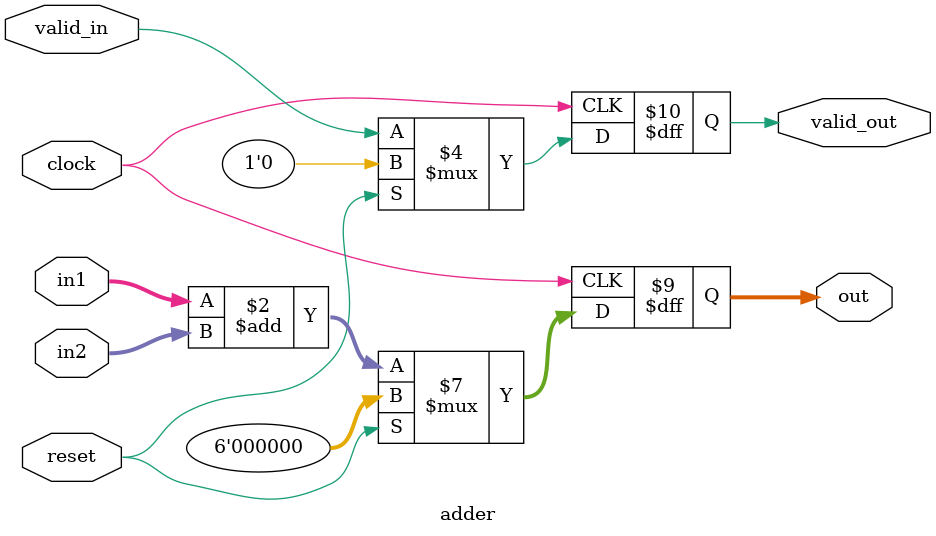
<source format=sv>
module adder (clock, reset, in1, in2, valid_in, out, valid_out);
  input clock, reset;
  input [4:0] in1, in2;
  input valid_in;
  output reg [5:0] out;
  output reg valid_out;

  always @(posedge clock) begin
    if (reset) begin 
      out <= 6'b0;
      valid_out <= 0;
    end
    else begin
      out <= in1 + in2;
      valid_out <= valid_in;
    end
  end

endmodule: adder
</source>
